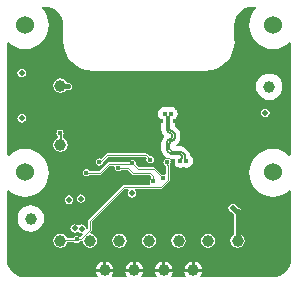
<source format=gbl>
G04*
G04 #@! TF.GenerationSoftware,Altium Limited,Altium Designer,20.0.13 (296)*
G04*
G04 Layer_Physical_Order=4*
G04 Layer_Color=16711680*
%FSLAX44Y44*%
%MOMM*%
G71*
G01*
G75*
%ADD12C,0.2000*%
%ADD47C,1.0000*%
%ADD49C,0.3810*%
%ADD50C,0.1020*%
%ADD51C,0.1270*%
%ADD56C,1.5240*%
%ADD57C,0.4100*%
%ADD58C,0.5100*%
%ADD59C,0.5080*%
%ADD61C,0.1040*%
G36*
X87455Y-95844D02*
X90339D01*
X90532Y-96383D01*
X90663Y-97114D01*
X88248Y-100057D01*
X86387Y-103540D01*
X85240Y-107319D01*
X84853Y-111250D01*
X85240Y-115181D01*
X86387Y-118960D01*
X88248Y-122443D01*
X90754Y-125496D01*
X93807Y-128002D01*
X97290Y-129863D01*
X101069Y-131010D01*
X105000Y-131397D01*
X108931Y-131010D01*
X112710Y-129863D01*
X116193Y-128002D01*
X118826Y-125841D01*
X120096Y-126396D01*
X120096Y-221105D01*
X118826Y-221659D01*
X116193Y-219498D01*
X112710Y-217637D01*
X108931Y-216490D01*
X105000Y-216103D01*
X101069Y-216490D01*
X97290Y-217637D01*
X93807Y-219498D01*
X90754Y-222004D01*
X88248Y-225057D01*
X86387Y-228540D01*
X85240Y-232320D01*
X84853Y-236250D01*
X85240Y-240180D01*
X86387Y-243960D01*
X88248Y-247443D01*
X90754Y-250496D01*
X93807Y-253002D01*
X97290Y-254863D01*
X101069Y-256010D01*
X105000Y-256397D01*
X108931Y-256010D01*
X112710Y-254863D01*
X116193Y-253002D01*
X118826Y-250841D01*
X120096Y-251395D01*
X120096Y-309559D01*
X120096Y-309560D01*
X120096D01*
X120014Y-310796D01*
X119845Y-312513D01*
X118984Y-315352D01*
X117585Y-317969D01*
X115703Y-320263D01*
X113409Y-322145D01*
X110792Y-323544D01*
X107953Y-324405D01*
X106236Y-324574D01*
X105000Y-324656D01*
Y-324656D01*
X104999Y-324656D01*
X44073D01*
X43447Y-323386D01*
X44086Y-322552D01*
X44846Y-320718D01*
X44938Y-320020D01*
X37500D01*
X30062D01*
X30154Y-320718D01*
X30914Y-322552D01*
X31553Y-323386D01*
X30927Y-324656D01*
X19073D01*
X18447Y-323386D01*
X19086Y-322552D01*
X19846Y-320718D01*
X19938Y-320020D01*
X12500D01*
X5062D01*
X5154Y-320718D01*
X5914Y-322552D01*
X6553Y-323386D01*
X5927Y-324656D01*
X-5927D01*
X-6553Y-323386D01*
X-5914Y-322552D01*
X-5154Y-320718D01*
X-5062Y-320020D01*
X-12500D01*
X-19938D01*
X-19846Y-320718D01*
X-19086Y-322552D01*
X-18447Y-323386D01*
X-19073Y-324656D01*
X-30927D01*
X-31553Y-323386D01*
X-30914Y-322552D01*
X-30154Y-320718D01*
X-30062Y-320020D01*
X-37500D01*
X-44938D01*
X-44846Y-320718D01*
X-44086Y-322552D01*
X-43447Y-323386D01*
X-44073Y-324656D01*
X-104999D01*
X-105000Y-324656D01*
Y-324656D01*
X-106236Y-324574D01*
X-107953Y-324405D01*
X-110792Y-323544D01*
X-113409Y-322145D01*
X-115703Y-320263D01*
X-117585Y-317969D01*
X-118984Y-315352D01*
X-119845Y-312513D01*
X-120123Y-309695D01*
X-120096Y-309560D01*
Y-251396D01*
X-118826Y-250841D01*
X-116193Y-253002D01*
X-112710Y-254863D01*
X-108931Y-256010D01*
X-105000Y-256397D01*
X-101069Y-256010D01*
X-97290Y-254863D01*
X-93807Y-253002D01*
X-90754Y-250496D01*
X-88248Y-247443D01*
X-86387Y-243960D01*
X-85240Y-240180D01*
X-84853Y-236250D01*
X-85240Y-232320D01*
X-86387Y-228540D01*
X-88248Y-225057D01*
X-90754Y-222004D01*
X-93807Y-219498D01*
X-97290Y-217637D01*
X-101069Y-216490D01*
X-105000Y-216103D01*
X-108931Y-216490D01*
X-112710Y-217637D01*
X-116193Y-219498D01*
X-118826Y-221659D01*
X-120096Y-221104D01*
Y-126396D01*
X-118826Y-125841D01*
X-116193Y-128002D01*
X-112710Y-129863D01*
X-108931Y-131010D01*
X-105000Y-131397D01*
X-101069Y-131010D01*
X-97290Y-129863D01*
X-93807Y-128002D01*
X-90754Y-125496D01*
X-88248Y-122443D01*
X-86387Y-118960D01*
X-85240Y-115181D01*
X-84853Y-111250D01*
X-85240Y-107319D01*
X-86387Y-103540D01*
X-88248Y-100057D01*
X-90663Y-97114D01*
X-90532Y-96383D01*
X-90339Y-95844D01*
X-87455D01*
X-87335Y-95820D01*
X-84547Y-96095D01*
X-81708Y-96956D01*
X-79091Y-98355D01*
X-76797Y-100237D01*
X-74915Y-102531D01*
X-73516Y-105148D01*
X-72655Y-107987D01*
X-72377Y-110805D01*
X-72404Y-110940D01*
Y-124900D01*
X-72430D01*
X-71951Y-129763D01*
X-70532Y-134440D01*
X-68229Y-138750D01*
X-65128Y-142528D01*
X-61350Y-145628D01*
X-57040Y-147932D01*
X-52364Y-149351D01*
X-47500Y-149830D01*
Y-149830D01*
X-46230Y-149804D01*
X47500Y-149804D01*
Y-149830D01*
X52364Y-149351D01*
X57040Y-147932D01*
X61350Y-145628D01*
X65128Y-142528D01*
X68229Y-138750D01*
X70532Y-134440D01*
X71951Y-129763D01*
X72430Y-124900D01*
X72404D01*
Y-110940D01*
X72377Y-110805D01*
X72655Y-107987D01*
X73516Y-105148D01*
X74915Y-102531D01*
X76797Y-100237D01*
X79091Y-98355D01*
X81708Y-96956D01*
X84547Y-96095D01*
X87335Y-95820D01*
X87455Y-95844D01*
D02*
G37*
%LPC*%
G36*
X-107855Y-148055D02*
X-109240Y-148331D01*
X-110414Y-149116D01*
X-111199Y-150290D01*
X-111475Y-151675D01*
X-111199Y-153060D01*
X-110414Y-154234D01*
X-109240Y-155019D01*
X-107855Y-155295D01*
X-106470Y-155019D01*
X-105296Y-154234D01*
X-104511Y-153060D01*
X-104235Y-151675D01*
X-104511Y-150290D01*
X-105296Y-149116D01*
X-106470Y-148331D01*
X-107855Y-148055D01*
D02*
G37*
G36*
X-75000Y-156383D02*
X-77341Y-156848D01*
X-79326Y-158174D01*
X-80652Y-160159D01*
X-81117Y-162500D01*
X-80652Y-164841D01*
X-79326Y-166826D01*
X-77341Y-168152D01*
X-75000Y-168617D01*
X-72659Y-168152D01*
X-70674Y-166826D01*
X-70142Y-166030D01*
X-69137D01*
X-68394Y-166178D01*
X-67204Y-165941D01*
X-66195Y-165267D01*
X-65521Y-164258D01*
X-65285Y-163068D01*
X-65521Y-161878D01*
X-66195Y-160869D01*
X-67204Y-160195D01*
X-68394Y-159958D01*
X-69137Y-160106D01*
X-69384D01*
X-70674Y-158174D01*
X-72659Y-156848D01*
X-75000Y-156383D01*
D02*
G37*
G36*
X101737Y-152229D02*
X98833Y-152611D01*
X96127Y-153732D01*
X93803Y-155516D01*
X92020Y-157839D01*
X90899Y-160546D01*
X90517Y-163450D01*
X90899Y-166354D01*
X92020Y-169060D01*
X93803Y-171384D01*
X96127Y-173168D01*
X98833Y-174289D01*
X101737Y-174671D01*
X104642Y-174289D01*
X107348Y-173168D01*
X109672Y-171384D01*
X111455Y-169060D01*
X112576Y-166354D01*
X112958Y-163450D01*
X112576Y-160546D01*
X111455Y-157839D01*
X109672Y-155516D01*
X107348Y-153732D01*
X104642Y-152611D01*
X101737Y-152229D01*
D02*
G37*
G36*
X18557Y-180168D02*
X16271Y-180623D01*
X16007Y-180799D01*
X15744Y-180623D01*
X13457Y-180168D01*
X11171Y-180623D01*
X9232Y-181918D01*
X7937Y-183856D01*
X7482Y-186143D01*
X7937Y-188429D01*
X9232Y-190367D01*
X10332Y-191102D01*
Y-197915D01*
X10317Y-199182D01*
X10310Y-199220D01*
X10481Y-200079D01*
X10481Y-200081D01*
X10536Y-200360D01*
X10655Y-200954D01*
X10733Y-201307D01*
X10942Y-201620D01*
X11420Y-202774D01*
X12941Y-204756D01*
X12548Y-206056D01*
X11620Y-207266D01*
X10663Y-209574D01*
X10347Y-211974D01*
X10332Y-212051D01*
Y-216963D01*
X10677Y-218698D01*
X11659Y-220168D01*
X13212Y-221720D01*
X13212Y-221720D01*
X14482Y-222990D01*
X14476Y-223267D01*
X14082Y-224364D01*
X13073Y-225039D01*
X12399Y-226047D01*
X12162Y-227237D01*
X12399Y-228428D01*
X13073Y-229436D01*
X14082Y-230110D01*
X14240Y-230142D01*
Y-237227D01*
X12970Y-237906D01*
X12968Y-237905D01*
X11778Y-237668D01*
X11112Y-237801D01*
X5411Y-232099D01*
X4255Y-231620D01*
X-8201D01*
X-10988Y-228833D01*
X-10856Y-228167D01*
X-11092Y-226977D01*
X-11766Y-225969D01*
X-12775Y-225294D01*
X-13965Y-225058D01*
X-15155Y-225294D01*
X-16164Y-225969D01*
X-16711Y-226788D01*
X-33621D01*
X-34777Y-227266D01*
X-42131Y-234620D01*
X-50254D01*
X-50801Y-233801D01*
X-51810Y-233127D01*
X-53000Y-232890D01*
X-54190Y-233127D01*
X-55199Y-233801D01*
X-55873Y-234810D01*
X-56110Y-236000D01*
X-55873Y-237190D01*
X-55199Y-238199D01*
X-54190Y-238873D01*
X-53000Y-239110D01*
X-51810Y-238873D01*
X-50801Y-238199D01*
X-50594Y-237889D01*
X-41454D01*
X-40298Y-237410D01*
X-32944Y-230056D01*
X-29685D01*
X-28871Y-231326D01*
X-29002Y-231982D01*
X-28765Y-233172D01*
X-28091Y-234181D01*
X-27082Y-234855D01*
X-25892Y-235092D01*
X-24702Y-234855D01*
X-23693Y-234181D01*
X-23413Y-233761D01*
X-18156D01*
X-14507Y-237410D01*
X-13352Y-237889D01*
X578D01*
X2110Y-239421D01*
Y-240738D01*
X1546Y-241115D01*
X871Y-242124D01*
X635Y-243314D01*
X871Y-244505D01*
X1436Y-245350D01*
X1250Y-246032D01*
X916Y-246620D01*
X-21425D01*
X-22580Y-247099D01*
X-51204Y-275722D01*
X-51682Y-276878D01*
Y-283257D01*
X-52209Y-283639D01*
X-52284Y-283635D01*
X-53527Y-283026D01*
X-53691Y-282199D01*
X-54474Y-281028D01*
X-55645Y-280246D01*
X-57026Y-279971D01*
X-58407Y-280246D01*
X-59001Y-280642D01*
X-60413Y-280816D01*
X-61583Y-280034D01*
X-62965Y-279759D01*
X-64346Y-280034D01*
X-65517Y-280816D01*
X-66299Y-281987D01*
X-66574Y-283368D01*
X-66299Y-284749D01*
X-65517Y-285920D01*
X-64346Y-286703D01*
X-62965Y-286978D01*
X-61583Y-286703D01*
X-60413Y-285920D01*
X-59197Y-286387D01*
X-58407Y-286915D01*
X-57026Y-287190D01*
X-56854Y-287155D01*
X-56228Y-288326D01*
X-58301Y-290399D01*
X-58866Y-290343D01*
X-59875Y-289669D01*
X-61065Y-289432D01*
X-62255Y-289669D01*
X-63263Y-290343D01*
X-63811Y-291162D01*
X-69513D01*
X-70674Y-289424D01*
X-72659Y-288098D01*
X-75000Y-287633D01*
X-77341Y-288098D01*
X-79326Y-289424D01*
X-80652Y-291409D01*
X-81117Y-293750D01*
X-80652Y-296091D01*
X-79326Y-298076D01*
X-77341Y-299402D01*
X-75000Y-299867D01*
X-72659Y-299402D01*
X-70674Y-298076D01*
X-69348Y-296091D01*
X-69018Y-294431D01*
X-63471D01*
X-63263Y-294741D01*
X-62255Y-295415D01*
X-61065Y-295652D01*
X-59875Y-295415D01*
X-58866Y-294741D01*
X-58361Y-293986D01*
X-57943D01*
X-57318Y-293727D01*
X-57299Y-293728D01*
X-56074Y-294333D01*
X-55980Y-294443D01*
X-55652Y-296091D01*
X-54326Y-298076D01*
X-52341Y-299402D01*
X-50000Y-299867D01*
X-47659Y-299402D01*
X-45674Y-298076D01*
X-44348Y-296091D01*
X-43882Y-293750D01*
X-44348Y-291409D01*
X-45674Y-289424D01*
X-47659Y-288098D01*
X-49263Y-287779D01*
X-49681Y-286401D01*
X-48892Y-285612D01*
X-48414Y-284457D01*
Y-277555D01*
X-20747Y-249889D01*
X-17419D01*
X-17034Y-251159D01*
X-17073Y-251185D01*
X-17857Y-252359D01*
X-18133Y-253744D01*
X-17857Y-255129D01*
X-17073Y-256304D01*
X-15898Y-257088D01*
X-14513Y-257364D01*
X-13128Y-257088D01*
X-11954Y-256304D01*
X-11169Y-255129D01*
X-10894Y-253744D01*
X-11169Y-252359D01*
X-11954Y-251185D01*
X-11993Y-251159D01*
X-11608Y-249889D01*
X10123D01*
X11279Y-249410D01*
X17030Y-243658D01*
X17509Y-242503D01*
Y-229632D01*
X17437Y-229459D01*
X17471Y-229436D01*
X18145Y-228428D01*
X18382Y-227237D01*
X18208Y-226365D01*
X18964Y-225325D01*
X20139Y-225332D01*
X20579Y-225869D01*
X21034Y-228156D01*
X22329Y-230094D01*
X24267Y-231389D01*
X26554Y-231844D01*
X28840Y-231389D01*
X29104Y-231213D01*
X29367Y-231389D01*
X31654Y-231844D01*
X33940Y-231389D01*
X35879Y-230094D01*
X37174Y-228156D01*
X37629Y-225869D01*
X37174Y-223583D01*
X35879Y-221644D01*
X34766Y-220901D01*
X34434Y-219233D01*
X33452Y-217763D01*
X30707Y-215018D01*
X29237Y-214036D01*
X27503Y-213691D01*
X23580D01*
X23149Y-212421D01*
X23933Y-211819D01*
X25195Y-210174D01*
X25988Y-208259D01*
X26222Y-206488D01*
X26278Y-206203D01*
Y-203918D01*
X26222Y-203634D01*
X25988Y-201863D01*
X25195Y-199948D01*
X23933Y-198303D01*
X22288Y-197041D01*
X21682Y-196790D01*
Y-191102D01*
X22782Y-190367D01*
X24077Y-188429D01*
X24532Y-186143D01*
X24077Y-183856D01*
X22782Y-181918D01*
X20844Y-180623D01*
X18557Y-180168D01*
D02*
G37*
G36*
X98600Y-181830D02*
X97215Y-182106D01*
X96041Y-182891D01*
X95256Y-184065D01*
X94980Y-185450D01*
X95256Y-186835D01*
X96041Y-188009D01*
X97215Y-188794D01*
X98600Y-189069D01*
X99985Y-188794D01*
X101159Y-188009D01*
X101944Y-186835D01*
X102220Y-185450D01*
X101944Y-184065D01*
X101159Y-182891D01*
X99985Y-182106D01*
X98600Y-181830D01*
D02*
G37*
G36*
X-107757Y-186528D02*
X-109143Y-186804D01*
X-110317Y-187589D01*
X-111101Y-188763D01*
X-111377Y-190148D01*
X-111101Y-191533D01*
X-110317Y-192707D01*
X-109143Y-193492D01*
X-107757Y-193767D01*
X-106372Y-193492D01*
X-105198Y-192707D01*
X-104413Y-191533D01*
X-104138Y-190148D01*
X-104413Y-188763D01*
X-105198Y-187589D01*
X-106372Y-186804D01*
X-107757Y-186528D01*
D02*
G37*
G36*
X-75260Y-199469D02*
X-76450Y-199705D01*
X-77459Y-200380D01*
X-78133Y-201388D01*
X-78370Y-202578D01*
X-78133Y-203769D01*
X-77459Y-204777D01*
X-76948Y-205119D01*
Y-206770D01*
X-77341Y-206848D01*
X-79326Y-208174D01*
X-80652Y-210159D01*
X-81117Y-212500D01*
X-80652Y-214841D01*
X-79326Y-216826D01*
X-77341Y-218152D01*
X-75000Y-218617D01*
X-72659Y-218152D01*
X-70674Y-216826D01*
X-69348Y-214841D01*
X-68882Y-212500D01*
X-69348Y-210159D01*
X-70674Y-208174D01*
X-72659Y-206848D01*
X-72870Y-206806D01*
Y-204491D01*
X-72387Y-203769D01*
X-72150Y-202578D01*
X-72387Y-201388D01*
X-73061Y-200380D01*
X-74070Y-199705D01*
X-75260Y-199469D01*
D02*
G37*
G36*
X-2453Y-219620D02*
X-35454D01*
X-36609Y-220099D01*
X-40707Y-224196D01*
X-40810Y-224127D01*
X-42000Y-223890D01*
X-43190Y-224127D01*
X-44199Y-224801D01*
X-44873Y-225810D01*
X-45110Y-227000D01*
X-44873Y-228190D01*
X-44199Y-229199D01*
X-43190Y-229873D01*
X-42000Y-230110D01*
X-40810Y-229873D01*
X-39801Y-229199D01*
X-39127Y-228190D01*
X-38891Y-227003D01*
X-34777Y-222889D01*
X-3130D01*
X-1929Y-224090D01*
X-2110Y-225000D01*
X-1873Y-226190D01*
X-1199Y-227199D01*
X-190Y-227873D01*
X1000Y-228109D01*
X2190Y-227873D01*
X3199Y-227199D01*
X3873Y-226190D01*
X4110Y-225000D01*
X3873Y-223810D01*
X3199Y-222801D01*
X2190Y-222127D01*
X1000Y-221890D01*
X578Y-221974D01*
X-1297Y-220099D01*
X-2453Y-219620D01*
D02*
G37*
G36*
X-57677Y-254415D02*
X-59058Y-254690D01*
X-60229Y-255473D01*
X-61012Y-256644D01*
X-61286Y-258025D01*
X-61012Y-259406D01*
X-60229Y-260577D01*
X-59058Y-261359D01*
X-57677Y-261634D01*
X-56296Y-261359D01*
X-55125Y-260577D01*
X-54342Y-259406D01*
X-54068Y-258025D01*
X-54342Y-256644D01*
X-55125Y-255473D01*
X-56296Y-254690D01*
X-57677Y-254415D01*
D02*
G37*
G36*
X-67689Y-255397D02*
X-69070Y-255672D01*
X-70241Y-256454D01*
X-71023Y-257625D01*
X-71298Y-259006D01*
X-71023Y-260387D01*
X-70241Y-261558D01*
X-69070Y-262341D01*
X-67689Y-262616D01*
X-66307Y-262341D01*
X-65136Y-261558D01*
X-64354Y-260387D01*
X-64079Y-259006D01*
X-64354Y-257625D01*
X-65136Y-256454D01*
X-66307Y-255672D01*
X-67689Y-255397D01*
D02*
G37*
G36*
X-100000Y-263779D02*
X-102904Y-264161D01*
X-105611Y-265282D01*
X-107934Y-267066D01*
X-109718Y-269389D01*
X-110839Y-272096D01*
X-111221Y-275000D01*
X-110839Y-277904D01*
X-109718Y-280611D01*
X-107934Y-282934D01*
X-105611Y-284718D01*
X-102904Y-285839D01*
X-100000Y-286221D01*
X-97096Y-285839D01*
X-94389Y-284718D01*
X-92066Y-282934D01*
X-90282Y-280611D01*
X-89161Y-277904D01*
X-88779Y-275000D01*
X-89161Y-272096D01*
X-90282Y-269389D01*
X-92066Y-267066D01*
X-94389Y-265282D01*
X-97096Y-264161D01*
X-100000Y-263779D01*
D02*
G37*
G36*
X70900Y-262456D02*
X69515Y-262731D01*
X68341Y-263516D01*
X67556Y-264690D01*
X67281Y-266075D01*
X67556Y-267460D01*
X68341Y-268634D01*
X69515Y-269419D01*
X70625Y-269640D01*
X71455Y-270469D01*
X72038Y-270859D01*
Y-288513D01*
X70674Y-289424D01*
X69348Y-291409D01*
X68882Y-293750D01*
X69348Y-296091D01*
X70674Y-298076D01*
X72659Y-299402D01*
X75000Y-299867D01*
X77341Y-299402D01*
X79326Y-298076D01*
X80652Y-296091D01*
X81117Y-293750D01*
X80652Y-291409D01*
X79326Y-289424D01*
X77962Y-288513D01*
Y-268375D01*
X77737Y-267241D01*
X77094Y-266281D01*
X76133Y-265639D01*
X75000Y-265413D01*
X74776D01*
X74292Y-264929D01*
X74244Y-264690D01*
X73459Y-263516D01*
X72285Y-262731D01*
X70900Y-262456D01*
D02*
G37*
G36*
X50000Y-287633D02*
X47659Y-288098D01*
X45674Y-289424D01*
X44348Y-291409D01*
X43882Y-293750D01*
X44348Y-296091D01*
X45674Y-298076D01*
X47659Y-299402D01*
X50000Y-299867D01*
X52341Y-299402D01*
X54326Y-298076D01*
X55652Y-296091D01*
X56118Y-293750D01*
X55652Y-291409D01*
X54326Y-289424D01*
X52341Y-288098D01*
X50000Y-287633D01*
D02*
G37*
G36*
X25000D02*
X22659Y-288098D01*
X20674Y-289424D01*
X19348Y-291409D01*
X18882Y-293750D01*
X19348Y-296091D01*
X20674Y-298076D01*
X22659Y-299402D01*
X25000Y-299867D01*
X27341Y-299402D01*
X29326Y-298076D01*
X30652Y-296091D01*
X31117Y-293750D01*
X30652Y-291409D01*
X29326Y-289424D01*
X27341Y-288098D01*
X25000Y-287633D01*
D02*
G37*
G36*
X0D02*
X-2341Y-288098D01*
X-4326Y-289424D01*
X-5652Y-291409D01*
X-6118Y-293750D01*
X-5652Y-296091D01*
X-4326Y-298076D01*
X-2341Y-299402D01*
X0Y-299867D01*
X2341Y-299402D01*
X4326Y-298076D01*
X5652Y-296091D01*
X6118Y-293750D01*
X5652Y-291409D01*
X4326Y-289424D01*
X2341Y-288098D01*
X0Y-287633D01*
D02*
G37*
G36*
X-25000D02*
X-27341Y-288098D01*
X-29326Y-289424D01*
X-30652Y-291409D01*
X-31117Y-293750D01*
X-30652Y-296091D01*
X-29326Y-298076D01*
X-27341Y-299402D01*
X-25000Y-299867D01*
X-22659Y-299402D01*
X-20674Y-298076D01*
X-19348Y-296091D01*
X-18882Y-293750D01*
X-19348Y-291409D01*
X-20674Y-289424D01*
X-22659Y-288098D01*
X-25000Y-287633D01*
D02*
G37*
G36*
X13770Y-311312D02*
Y-317480D01*
X19938D01*
X19846Y-316782D01*
X19086Y-314947D01*
X17878Y-313372D01*
X16302Y-312164D01*
X14468Y-311404D01*
X13770Y-311312D01*
D02*
G37*
G36*
X-36230D02*
Y-317480D01*
X-30062D01*
X-30154Y-316782D01*
X-30914Y-314947D01*
X-32122Y-313372D01*
X-33698Y-312164D01*
X-35532Y-311404D01*
X-36230Y-311312D01*
D02*
G37*
G36*
X11230Y-311312D02*
X10532Y-311404D01*
X8698Y-312164D01*
X7122Y-313372D01*
X5914Y-314947D01*
X5154Y-316782D01*
X5062Y-317480D01*
X11230D01*
Y-311312D01*
D02*
G37*
G36*
X-38770D02*
X-39468Y-311404D01*
X-41302Y-312164D01*
X-42878Y-313372D01*
X-44086Y-314947D01*
X-44846Y-316782D01*
X-44938Y-317480D01*
X-38770D01*
Y-311312D01*
D02*
G37*
G36*
X38770D02*
Y-317480D01*
X44938D01*
X44846Y-316782D01*
X44086Y-314947D01*
X42878Y-313372D01*
X41302Y-312164D01*
X39468Y-311404D01*
X38770Y-311312D01*
D02*
G37*
G36*
X-11230D02*
Y-317480D01*
X-5062D01*
X-5154Y-316782D01*
X-5914Y-314947D01*
X-7122Y-313372D01*
X-8698Y-312164D01*
X-10532Y-311404D01*
X-11230Y-311312D01*
D02*
G37*
G36*
X36230Y-311312D02*
X35532Y-311404D01*
X33698Y-312164D01*
X32122Y-313372D01*
X30914Y-314947D01*
X30154Y-316782D01*
X30062Y-317480D01*
X36230D01*
Y-311312D01*
D02*
G37*
G36*
X-13770D02*
X-14468Y-311404D01*
X-16302Y-312164D01*
X-17878Y-313372D01*
X-19086Y-314947D01*
X-19846Y-316782D01*
X-19938Y-317480D01*
X-13770D01*
Y-311312D01*
D02*
G37*
%LPD*%
D12*
X-74909Y-212409D02*
Y-202930D01*
X-75260Y-202578D02*
X-74909Y-202930D01*
X-75000Y-212500D02*
X-74909Y-212409D01*
D47*
X-12500Y-318750D02*
D03*
X37500D02*
D03*
X-37500D02*
D03*
X12500D02*
D03*
X75000Y-293750D02*
D03*
X-75000Y-212500D02*
D03*
Y-162500D02*
D03*
X50000Y-293750D02*
D03*
X25000D02*
D03*
X0D02*
D03*
X-25000D02*
D03*
X-50000D02*
D03*
X-75000D02*
D03*
X101737Y-163450D02*
D03*
X-100000Y-275000D02*
D03*
D49*
X-74432Y-163068D02*
X-68394D01*
X-75000Y-162500D02*
X-74432Y-163068D01*
X70900Y-266075D02*
X71249D01*
X73549Y-268375D01*
X75000D01*
Y-293750D02*
Y-268375D01*
D50*
X-8878Y-233254D02*
X4255D01*
X11778Y-240778D01*
X-13965Y-228167D02*
X-8878Y-233254D01*
X-13965Y-228167D02*
X-13965D01*
X-13352Y-236255D02*
X1255D01*
X3744Y-238743D01*
Y-243314D02*
Y-238743D01*
X15272Y-227237D02*
X15604Y-227570D01*
Y-229362D02*
Y-227570D01*
X-25892Y-231982D02*
X-25747Y-232127D01*
X-74046Y-292796D02*
X-61319D01*
X15875Y-242503D02*
Y-229632D01*
X-17480Y-232127D02*
X-13352Y-236255D01*
X-14220Y-228422D02*
X-13965Y-228167D01*
X-41454Y-236255D02*
X-33621Y-228422D01*
X-42000Y-227000D02*
X-41199D01*
X-35454Y-221254D01*
X-2453D02*
X1000Y-224708D01*
X-52745Y-236255D02*
X-41454D01*
X-21425Y-248255D02*
X10123D01*
X-53000Y-236000D02*
X-52745Y-236255D01*
X-50048Y-284457D02*
Y-276878D01*
X-60874Y-292351D02*
X-57943D01*
X-33621Y-228422D02*
X-14220D01*
X1000Y-225000D02*
Y-224708D01*
X10123Y-248255D02*
X15875Y-242503D01*
X-61319Y-292796D02*
X-60874Y-292351D01*
X-75000Y-293750D02*
X-74046Y-292796D01*
X15604Y-229362D02*
X15875Y-229632D01*
X-50048Y-276878D02*
X-21425Y-248255D01*
X-57943Y-292351D02*
X-50048Y-284457D01*
X-25747Y-232127D02*
X-17480D01*
X-35454Y-221254D02*
X-2453D01*
X50000Y-293813D02*
Y-293750D01*
X25000D02*
Y-293662D01*
D51*
X21746Y-203918D02*
X20828Y-201584D01*
X18567Y-200499D01*
X17150Y-199018D02*
X18567Y-200499D01*
X18606Y-209620D02*
X20842Y-208524D01*
X21746Y-206203D01*
X18606Y-209620D02*
X17150Y-212051D01*
X14864Y-199212D02*
X14920Y-199572D01*
X19460Y-203918D02*
X18327Y-202776D01*
X18318Y-207346D02*
X19460Y-206203D01*
X18318Y-207346D02*
X17847Y-207447D01*
X17842Y-207450D02*
X15674Y-209311D01*
X14864Y-212051D01*
X14920Y-199572D02*
X16066Y-201477D01*
X17920Y-202705D01*
X18327Y-202776D01*
X18253Y-217120D02*
X19357Y-218223D01*
X27503D01*
X28921Y-219641D01*
X21746Y-206203D02*
Y-203918D01*
X17150Y-199018D02*
Y-188301D01*
Y-216016D02*
Y-212051D01*
X14864Y-199212D02*
Y-188301D01*
X19460Y-206203D02*
Y-203918D01*
X17842Y-207450D02*
X17847Y-207447D01*
X14864Y-216963D02*
Y-212051D01*
X30247Y-223710D02*
Y-220967D01*
Y-223710D02*
X31654Y-225117D01*
X28921Y-219641D02*
X30247Y-220967D01*
X31654Y-225869D02*
Y-225117D01*
X17150Y-188301D02*
X18557Y-186894D01*
Y-186143D01*
X17150Y-216016D02*
X18253Y-217120D01*
X26556Y-220509D02*
X27961Y-221914D01*
Y-223710D02*
Y-221914D01*
X26554Y-225117D02*
X27961Y-223710D01*
X26554Y-225869D02*
Y-225117D01*
X13457Y-186894D02*
X14864Y-188301D01*
X13457Y-186894D02*
Y-186143D01*
X17756Y-219855D02*
X18410Y-220509D01*
X26556D01*
X16416Y-218515D02*
Y-218515D01*
Y-218515D02*
X17756Y-219855D01*
X14864Y-216963D02*
X16416Y-218515D01*
D56*
X105000Y-235940D02*
D03*
X-105000D02*
D03*
X105000Y-110940D02*
D03*
X-105000D02*
D03*
D57*
X15272Y-227237D02*
D03*
X-19575Y-224814D02*
D03*
X-4097Y-224828D02*
D03*
X-25892Y-231982D02*
D03*
X-27393Y-259258D02*
D03*
X4113Y-251814D02*
D03*
X31654Y-225869D02*
D03*
X26554D02*
D03*
X18557Y-186143D02*
D03*
X13457D02*
D03*
X32810Y-258947D02*
D03*
X19125Y-259314D02*
D03*
X32851Y-233502D02*
D03*
X20456Y-226172D02*
D03*
X8000Y-223000D02*
D03*
X1000Y-225000D02*
D03*
X5579Y-227953D02*
D03*
X-13965Y-228167D02*
D03*
X20000Y-241000D02*
D03*
X24000Y-181615D02*
D03*
X7782D02*
D03*
X-7000Y-241000D02*
D03*
X-27598Y-236871D02*
D03*
X-48000Y-231000D02*
D03*
X-62000Y-299000D02*
D03*
X11778Y-240778D02*
D03*
X3744Y-243314D02*
D03*
X-53000Y-236000D02*
D03*
X-17930Y-240587D02*
D03*
X-77000Y-236000D02*
D03*
X-42000Y-227000D02*
D03*
X-68394Y-163068D02*
D03*
X-75260Y-202578D02*
D03*
X-61065Y-292542D02*
D03*
X-12483Y-280253D02*
D03*
X50000Y-293813D02*
D03*
X25000Y-293662D02*
D03*
X0Y-293750D02*
D03*
X-25000D02*
D03*
X-50000D02*
D03*
X-6898Y-253860D02*
D03*
X10035Y-192139D02*
D03*
X62561Y-259392D02*
D03*
X-42413Y-259220D02*
D03*
X-14035Y-204861D02*
D03*
X-2035D02*
D03*
X47500Y-239527D02*
D03*
X47500Y-259530D02*
D03*
X22035Y-192139D02*
D03*
D58*
X-14513Y-253744D02*
D03*
X-102800Y-202750D02*
D03*
X-107757Y-190148D02*
D03*
X-103602Y-175997D02*
D03*
X98600Y-185450D02*
D03*
X70350Y-210525D02*
D03*
X72625Y-187650D02*
D03*
X-107855Y-151675D02*
D03*
X-97250Y-183150D02*
D03*
X-102975Y-163025D02*
D03*
X-90975Y-143550D02*
D03*
X-74675Y-151650D02*
D03*
X375Y-185800D02*
D03*
X3925Y-173825D02*
D03*
X-35125Y-169300D02*
D03*
X-23300Y-173225D02*
D03*
X70900Y-266075D02*
D03*
X-29075Y-247425D02*
D03*
D59*
X-57677Y-258025D02*
D03*
X-67689Y-259006D02*
D03*
X-57026Y-283580D02*
D03*
X-62965Y-283368D02*
D03*
D61*
X13793Y-223667D02*
X16751D01*
X18670Y-225587D01*
X19871D01*
X13461Y-224000D02*
X13793Y-223667D01*
X9829Y-224000D02*
X13461D01*
X19871Y-225587D02*
X20456Y-226172D01*
X21056Y-233837D02*
Y-225056D01*
X8000Y-223000D02*
X8828D01*
X9829Y-224000D01*
M02*

</source>
